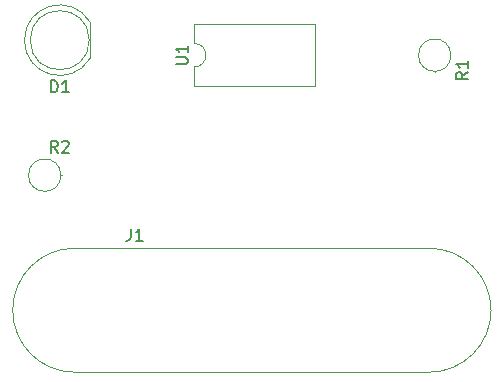
<source format=gbr>
%TF.GenerationSoftware,KiCad,Pcbnew,(5.1.10)-1*%
%TF.CreationDate,2022-06-23T22:49:29+01:00*%
%TF.ProjectId,tutorial1,7475746f-7269-4616-9c31-2e6b69636164,rev?*%
%TF.SameCoordinates,Original*%
%TF.FileFunction,Legend,Top*%
%TF.FilePolarity,Positive*%
%FSLAX46Y46*%
G04 Gerber Fmt 4.6, Leading zero omitted, Abs format (unit mm)*
G04 Created by KiCad (PCBNEW (5.1.10)-1) date 2022-06-23 22:49:29*
%MOMM*%
%LPD*%
G01*
G04 APERTURE LIST*
%ADD10C,0.120000*%
%ADD11C,0.150000*%
G04 APERTURE END LIST*
D10*
%TO.C,U1*%
X723840000Y174100000D02*
X723840000Y172450000D01*
X734120000Y174100000D02*
X723840000Y174100000D01*
X734120000Y168800000D02*
X734120000Y174100000D01*
X723840000Y168800000D02*
X734120000Y168800000D01*
X723840000Y170450000D02*
X723840000Y168800000D01*
X723840000Y172450000D02*
G75*
G02*
X723840000Y170450000I0J-1000000D01*
G01*
%TO.C,R2*%
X712570000Y161290000D02*
X712640000Y161290000D01*
X712570000Y161290000D02*
G75*
G03*
X712570000Y161290000I-1370000J0D01*
G01*
%TO.C,R1*%
X744220000Y170080000D02*
X744220000Y170010000D01*
X745590000Y171450000D02*
G75*
G03*
X745590000Y171450000I-1370000J0D01*
G01*
%TO.C,J1*%
X743740000Y155110000D02*
X713740000Y155110000D01*
X713740000Y144610000D02*
X743740000Y144610000D01*
X713740000Y155110000D02*
G75*
G03*
X713740000Y144610000I0J-5250000D01*
G01*
X743740000Y144610000D02*
G75*
G03*
X743740000Y155110000I0J5250000D01*
G01*
%TO.C,D1*%
X715030000Y171175000D02*
X715030000Y174265000D01*
X714970000Y172720000D02*
G75*
G03*
X714970000Y172720000I-2500000J0D01*
G01*
X709480000Y172719538D02*
G75*
G02*
X715030000Y174264830I2990000J462D01*
G01*
X709480000Y172720462D02*
G75*
G03*
X715030000Y171175170I2990000J-462D01*
G01*
%TO.C,U1*%
D11*
X722292380Y170688095D02*
X723101904Y170688095D01*
X723197142Y170735714D01*
X723244761Y170783333D01*
X723292380Y170878571D01*
X723292380Y171069047D01*
X723244761Y171164285D01*
X723197142Y171211904D01*
X723101904Y171259523D01*
X722292380Y171259523D01*
X723292380Y172259523D02*
X723292380Y171688095D01*
X723292380Y171973809D02*
X722292380Y171973809D01*
X722435238Y171878571D01*
X722530476Y171783333D01*
X722578095Y171688095D01*
%TO.C,R2*%
X712303333Y163207619D02*
X711970000Y163683809D01*
X711731904Y163207619D02*
X711731904Y164207619D01*
X712112857Y164207619D01*
X712208095Y164160000D01*
X712255714Y164112380D01*
X712303333Y164017142D01*
X712303333Y163874285D01*
X712255714Y163779047D01*
X712208095Y163731428D01*
X712112857Y163683809D01*
X711731904Y163683809D01*
X712684285Y164112380D02*
X712731904Y164160000D01*
X712827142Y164207619D01*
X713065238Y164207619D01*
X713160476Y164160000D01*
X713208095Y164112380D01*
X713255714Y164017142D01*
X713255714Y163921904D01*
X713208095Y163779047D01*
X712636666Y163207619D01*
X713255714Y163207619D01*
%TO.C,R1*%
X747042380Y170013333D02*
X746566190Y169680000D01*
X747042380Y169441904D02*
X746042380Y169441904D01*
X746042380Y169822857D01*
X746090000Y169918095D01*
X746137619Y169965714D01*
X746232857Y170013333D01*
X746375714Y170013333D01*
X746470952Y169965714D01*
X746518571Y169918095D01*
X746566190Y169822857D01*
X746566190Y169441904D01*
X747042380Y170965714D02*
X747042380Y170394285D01*
X747042380Y170680000D02*
X746042380Y170680000D01*
X746185238Y170584761D01*
X746280476Y170489523D01*
X746328095Y170394285D01*
%TO.C,J1*%
X718486666Y156757619D02*
X718486666Y156043333D01*
X718439047Y155900476D01*
X718343809Y155805238D01*
X718200952Y155757619D01*
X718105714Y155757619D01*
X719486666Y155757619D02*
X718915238Y155757619D01*
X719200952Y155757619D02*
X719200952Y156757619D01*
X719105714Y156614761D01*
X719010476Y156519523D01*
X718915238Y156471904D01*
%TO.C,D1*%
X711731904Y168307619D02*
X711731904Y169307619D01*
X711970000Y169307619D01*
X712112857Y169260000D01*
X712208095Y169164761D01*
X712255714Y169069523D01*
X712303333Y168879047D01*
X712303333Y168736190D01*
X712255714Y168545714D01*
X712208095Y168450476D01*
X712112857Y168355238D01*
X711970000Y168307619D01*
X711731904Y168307619D01*
X713255714Y168307619D02*
X712684285Y168307619D01*
X712970000Y168307619D02*
X712970000Y169307619D01*
X712874761Y169164761D01*
X712779523Y169069523D01*
X712684285Y169021904D01*
%TD*%
M02*

</source>
